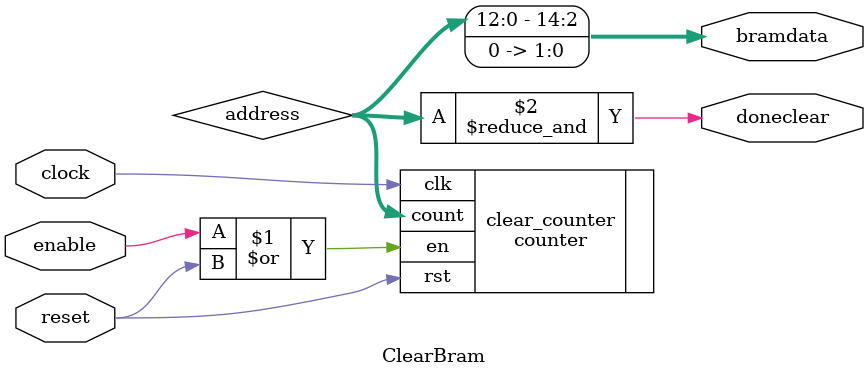
<source format=v>
module ClearBram(clock,reset,enable,doneclear,bramdata);
	input clock,reset,enable;
	output doneclear;
	output [14:0] bramdata;
	wire [12:0] address;
	assign bramdata = {address,2'd0};
	counter #(13) clear_counter(.clk(clock),.rst(reset),.en(enable|reset),.count(address));
	assign doneclear=&address;
endmodule
</source>
